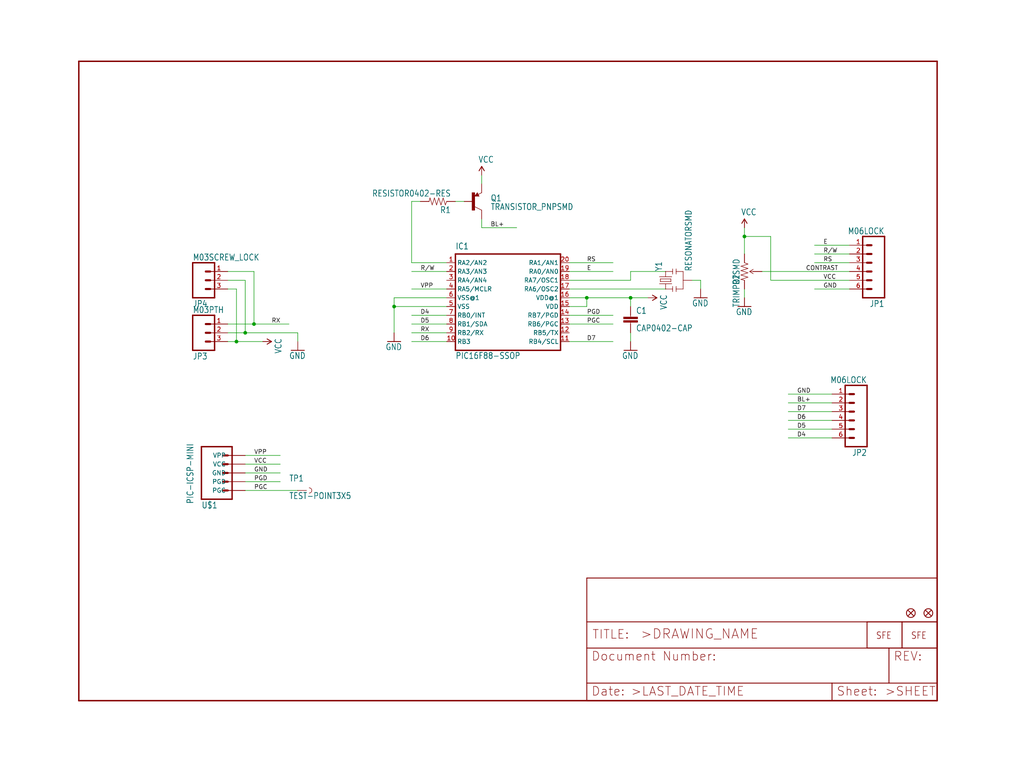
<source format=kicad_sch>
(kicad_sch (version 20211123) (generator eeschema)
  (paper "User" 297.002 223.926)
  (lib_symbols
    (symbol "schematicEagle-eagle-import:CAP0402-CAP"
      (property "Reference" "C" (at 1.524 2.921 0))
      (property "Value" "CAP0402-CAP" (at 1.524 -2.159 0))
      (symbol "CAP0402-CAP_1_0"
        (rectangle (start -2.032 0.508) (end 2.032 1.016) (fill (type outline)))
        (rectangle (start -2.032 1.524) (end 2.032 2.032) (fill (type outline)))
        (polyline (pts (xy 0 0) (xy 0 0.508)) (stroke (width 0.1524)))
        (polyline (pts (xy 0 2.54) (xy 0 2.032)) (stroke (width 0.1524)))
        (pin passive line (at 0 5.08 270) (length 2.54) (name "1") (number "1"))
        (pin passive line (at 0 -2.54 90) (length 2.54) (name "2") (number "2"))
      )
    )
    (symbol "schematicEagle-eagle-import:FIDUCIAL1X2"
      (symbol "FIDUCIAL1X2_1_0"
        (polyline (pts (xy -0.762 0.762) (xy 0.762 -0.762)) (stroke (width 0.254)))
        (polyline (pts (xy 0.762 0.762) (xy -0.762 -0.762)) (stroke (width 0.254)))
        (circle (center 0 0) (radius 1.27) (stroke (width 0.254)))
      )
    )
    (symbol "schematicEagle-eagle-import:FRAME-LETTER"
      (symbol "FRAME-LETTER_1_0"
        (polyline (pts (xy 0 0) (xy 248.92 0)) (stroke (width 0.4064)))
        (polyline (pts (xy 0 185.42) (xy 0 0)) (stroke (width 0.4064)))
        (polyline (pts (xy 0 185.42) (xy 248.92 185.42)) (stroke (width 0.4064)))
        (polyline (pts (xy 248.92 185.42) (xy 248.92 0)) (stroke (width 0.4064)))
      )
      (symbol "FRAME-LETTER_2_0"
        (polyline (pts (xy 0 0) (xy 0 5.08)) (stroke (width 0.254)))
        (polyline (pts (xy 0 0) (xy 71.12 0)) (stroke (width 0.254)))
        (polyline (pts (xy 0 5.08) (xy 0 15.24)) (stroke (width 0.254)))
        (polyline (pts (xy 0 5.08) (xy 71.12 5.08)) (stroke (width 0.254)))
        (polyline (pts (xy 0 15.24) (xy 0 22.86)) (stroke (width 0.254)))
        (polyline (pts (xy 0 22.86) (xy 0 35.56)) (stroke (width 0.254)))
        (polyline (pts (xy 0 22.86) (xy 101.6 22.86)) (stroke (width 0.254)))
        (polyline (pts (xy 71.12 0) (xy 101.6 0)) (stroke (width 0.254)))
        (polyline (pts (xy 71.12 5.08) (xy 71.12 0)) (stroke (width 0.254)))
        (polyline (pts (xy 71.12 5.08) (xy 87.63 5.08)) (stroke (width 0.254)))
        (polyline (pts (xy 87.63 5.08) (xy 101.6 5.08)) (stroke (width 0.254)))
        (polyline (pts (xy 87.63 15.24) (xy 0 15.24)) (stroke (width 0.254)))
        (polyline (pts (xy 87.63 15.24) (xy 87.63 5.08)) (stroke (width 0.254)))
        (polyline (pts (xy 101.6 5.08) (xy 101.6 0)) (stroke (width 0.254)))
        (polyline (pts (xy 101.6 15.24) (xy 87.63 15.24)) (stroke (width 0.254)))
        (polyline (pts (xy 101.6 15.24) (xy 101.6 5.08)) (stroke (width 0.254)))
        (polyline (pts (xy 101.6 22.86) (xy 101.6 15.24)) (stroke (width 0.254)))
        (polyline (pts (xy 101.6 35.56) (xy 0 35.56)) (stroke (width 0.254)))
        (polyline (pts (xy 101.6 35.56) (xy 101.6 22.86)) (stroke (width 0.254)))
        (text ">DRAWING_NAME" (at 15.494 17.78 0) (effects (font (size 2.7432 2.7432)) (justify left bottom)))
        (text ">LAST_DATE_TIME" (at 12.7 1.27 0) (effects (font (size 2.54 2.54)) (justify left bottom)))
        (text ">SHEET" (at 86.36 1.27 0) (effects (font (size 2.54 2.54)) (justify left bottom)))
        (text "Date:" (at 1.27 1.27 0) (effects (font (size 2.54 2.54)) (justify left bottom)))
        (text "Document Number:" (at 1.27 11.43 0) (effects (font (size 2.54 2.54)) (justify left bottom)))
        (text "REV:" (at 88.9 11.43 0) (effects (font (size 2.54 2.54)) (justify left bottom)))
        (text "Sheet:" (at 72.39 1.27 0) (effects (font (size 2.54 2.54)) (justify left bottom)))
        (text "TITLE:" (at 1.524 17.78 0) (effects (font (size 2.54 2.54)) (justify left bottom)))
      )
    )
    (symbol "schematicEagle-eagle-import:GND" (power)
      (property "Value" "GND" (at -2.54 -2.54 0))
      (symbol "GND_1_0"
        (polyline (pts (xy -1.905 0) (xy 1.905 0)) (stroke (width 0.254)))
        (pin power_in line (at 0 2.54 270) (length 2.54) (name "GND") (number "1"))
      )
    )
    (symbol "schematicEagle-eagle-import:LOGO-FLAME-LARGE"
      (symbol "LOGO-FLAME-LARGE_1_0"
        (polyline (pts (xy -2.54 -2.54) (xy 7.62 -2.54)) (stroke (width 0.254)))
        (polyline (pts (xy -2.54 5.08) (xy -2.54 -2.54)) (stroke (width 0.254)))
        (polyline (pts (xy 7.62 -2.54) (xy 7.62 5.08)) (stroke (width 0.254)))
        (polyline (pts (xy 7.62 5.08) (xy -2.54 5.08)) (stroke (width 0.254)))
        (text "SFE" (at 0 0 0) (effects (font (size 1.9304 1.6408)) (justify left bottom)))
      )
    )
    (symbol "schematicEagle-eagle-import:LOGO-SFENEW"
      (symbol "LOGO-SFENEW_1_0"
        (polyline (pts (xy -2.54 -2.54) (xy 7.62 -2.54)) (stroke (width 0.254)))
        (polyline (pts (xy -2.54 5.08) (xy -2.54 -2.54)) (stroke (width 0.254)))
        (polyline (pts (xy 7.62 -2.54) (xy 7.62 5.08)) (stroke (width 0.254)))
        (polyline (pts (xy 7.62 5.08) (xy -2.54 5.08)) (stroke (width 0.254)))
        (text "SFE" (at 0 0 0) (effects (font (size 1.9304 1.6408)) (justify left bottom)))
      )
    )
    (symbol "schematicEagle-eagle-import:M03PTH"
      (property "Reference" "JP" (at -2.54 5.842 0))
      (property "Value" "M03PTH" (at -2.54 -7.62 0))
      (symbol "M03PTH_1_0"
        (polyline (pts (xy -2.54 5.08) (xy -2.54 -5.08)) (stroke (width 0.4064)))
        (polyline (pts (xy -2.54 5.08) (xy 3.81 5.08)) (stroke (width 0.4064)))
        (polyline (pts (xy 1.27 -2.54) (xy 2.54 -2.54)) (stroke (width 0.6096)))
        (polyline (pts (xy 1.27 0) (xy 2.54 0)) (stroke (width 0.6096)))
        (polyline (pts (xy 1.27 2.54) (xy 2.54 2.54)) (stroke (width 0.6096)))
        (polyline (pts (xy 3.81 -5.08) (xy -2.54 -5.08)) (stroke (width 0.4064)))
        (polyline (pts (xy 3.81 -5.08) (xy 3.81 5.08)) (stroke (width 0.4064)))
        (pin passive line (at 7.62 -2.54 180) (length 5.08) (name "1") (number "1"))
        (pin passive line (at 7.62 0 180) (length 5.08) (name "2") (number "2"))
        (pin passive line (at 7.62 2.54 180) (length 5.08) (name "3") (number "3"))
      )
    )
    (symbol "schematicEagle-eagle-import:M03SCREW_LOCK"
      (property "Reference" "JP" (at -2.54 5.842 0))
      (property "Value" "M03SCREW_LOCK" (at -2.54 -7.62 0))
      (symbol "M03SCREW_LOCK_1_0"
        (polyline (pts (xy -2.54 5.08) (xy -2.54 -5.08)) (stroke (width 0.4064)))
        (polyline (pts (xy -2.54 5.08) (xy 3.81 5.08)) (stroke (width 0.4064)))
        (polyline (pts (xy 1.27 -2.54) (xy 2.54 -2.54)) (stroke (width 0.6096)))
        (polyline (pts (xy 1.27 0) (xy 2.54 0)) (stroke (width 0.6096)))
        (polyline (pts (xy 1.27 2.54) (xy 2.54 2.54)) (stroke (width 0.6096)))
        (polyline (pts (xy 3.81 -5.08) (xy -2.54 -5.08)) (stroke (width 0.4064)))
        (polyline (pts (xy 3.81 -5.08) (xy 3.81 5.08)) (stroke (width 0.4064)))
        (pin passive line (at 7.62 -2.54 180) (length 5.08) (name "1") (number "1"))
        (pin passive line (at 7.62 0 180) (length 5.08) (name "2") (number "2"))
        (pin passive line (at 7.62 2.54 180) (length 5.08) (name "3") (number "3"))
      )
    )
    (symbol "schematicEagle-eagle-import:M06LOCK"
      (property "Reference" "JP" (at -5.08 10.922 0))
      (property "Value" "M06LOCK" (at -5.08 -10.16 0))
      (symbol "M06LOCK_1_0"
        (polyline (pts (xy -5.08 10.16) (xy -5.08 -7.62)) (stroke (width 0.4064)))
        (polyline (pts (xy -5.08 10.16) (xy 1.27 10.16)) (stroke (width 0.4064)))
        (polyline (pts (xy -1.27 -5.08) (xy 0 -5.08)) (stroke (width 0.6096)))
        (polyline (pts (xy -1.27 -2.54) (xy 0 -2.54)) (stroke (width 0.6096)))
        (polyline (pts (xy -1.27 0) (xy 0 0)) (stroke (width 0.6096)))
        (polyline (pts (xy -1.27 2.54) (xy 0 2.54)) (stroke (width 0.6096)))
        (polyline (pts (xy -1.27 5.08) (xy 0 5.08)) (stroke (width 0.6096)))
        (polyline (pts (xy -1.27 7.62) (xy 0 7.62)) (stroke (width 0.6096)))
        (polyline (pts (xy 1.27 -7.62) (xy -5.08 -7.62)) (stroke (width 0.4064)))
        (polyline (pts (xy 1.27 -7.62) (xy 1.27 10.16)) (stroke (width 0.4064)))
        (pin passive line (at 5.08 -5.08 180) (length 5.08) (name "1") (number "1"))
        (pin passive line (at 5.08 -2.54 180) (length 5.08) (name "2") (number "2"))
        (pin passive line (at 5.08 0 180) (length 5.08) (name "3") (number "3"))
        (pin passive line (at 5.08 2.54 180) (length 5.08) (name "4") (number "4"))
        (pin passive line (at 5.08 5.08 180) (length 5.08) (name "5") (number "5"))
        (pin passive line (at 5.08 7.62 180) (length 5.08) (name "6") (number "6"))
      )
    )
    (symbol "schematicEagle-eagle-import:PIC-ICSP-MINI"
      (property "Value" "PIC-ICSP-MINI" (at 6.096 10.414 0))
      (symbol "PIC-ICSP-MINI_1_0"
        (polyline (pts (xy -3.81 7.62) (xy -3.81 -7.62)) (stroke (width 0.4064)))
        (polyline (pts (xy -3.81 7.62) (xy 5.08 7.62)) (stroke (width 0.4064)))
        (polyline (pts (xy -1.27 -5.08) (xy -2.54 -5.08)) (stroke (width 0.6096)))
        (polyline (pts (xy -1.27 -2.54) (xy -2.54 -2.54)) (stroke (width 0.6096)))
        (polyline (pts (xy -1.27 0) (xy -2.54 0)) (stroke (width 0.6096)))
        (polyline (pts (xy -1.27 2.54) (xy -2.54 2.54)) (stroke (width 0.6096)))
        (polyline (pts (xy -1.27 5.08) (xy -2.54 5.08)) (stroke (width 0.6096)))
        (polyline (pts (xy 5.08 -7.62) (xy -3.81 -7.62)) (stroke (width 0.4064)))
        (polyline (pts (xy 5.08 -7.62) (xy 5.08 7.62)) (stroke (width 0.4064)))
        (pin passive line (at -7.62 5.08 0) (length 5.08) (name "VPP") (number "1"))
        (pin passive line (at -7.62 2.54 0) (length 5.08) (name "VCC") (number "2"))
        (pin passive line (at -7.62 0 0) (length 5.08) (name "GND") (number "3"))
        (pin passive line (at -7.62 -2.54 0) (length 5.08) (name "PGD") (number "4"))
        (pin passive line (at -7.62 -5.08 0) (length 5.08) (name "PGC") (number "5"))
      )
    )
    (symbol "schematicEagle-eagle-import:PIC16F88-SSOP"
      (property "Reference" "IC" (at -15.24 13.97 0))
      (property "Value" "PIC16F88-SSOP" (at -15.24 -17.78 0))
      (symbol "PIC16F88-SSOP_1_0"
        (polyline (pts (xy -15.24 -15.24) (xy -15.24 12.7)) (stroke (width 0.4064)))
        (polyline (pts (xy -15.24 12.7) (xy 15.24 12.7)) (stroke (width 0.4064)))
        (polyline (pts (xy 15.24 -15.24) (xy -15.24 -15.24)) (stroke (width 0.4064)))
        (polyline (pts (xy 15.24 12.7) (xy 15.24 -15.24)) (stroke (width 0.4064)))
        (pin bidirectional line (at -17.78 10.16 0) (length 2.54) (name "RA2/AN2") (number "1"))
        (pin bidirectional line (at -17.78 -12.7 0) (length 2.54) (name "RB3") (number "10"))
        (pin bidirectional line (at 17.78 -12.7 180) (length 2.54) (name "RB4/SCL") (number "11"))
        (pin bidirectional line (at 17.78 -10.16 180) (length 2.54) (name "RB5/TX") (number "12"))
        (pin bidirectional line (at 17.78 -7.62 180) (length 2.54) (name "RB6/PGC") (number "13"))
        (pin bidirectional line (at 17.78 -5.08 180) (length 2.54) (name "RB7/PGD") (number "14"))
        (pin power_in line (at 17.78 -2.54 180) (length 2.54) (name "VDD") (number "15"))
        (pin power_in line (at 17.78 0 180) (length 2.54) (name "VDD@1") (number "16"))
        (pin bidirectional line (at 17.78 2.54 180) (length 2.54) (name "RA6/OSC2") (number "17"))
        (pin bidirectional line (at 17.78 5.08 180) (length 2.54) (name "RA7/OSC1") (number "18"))
        (pin bidirectional line (at 17.78 7.62 180) (length 2.54) (name "RA0/AN0") (number "19"))
        (pin bidirectional line (at -17.78 7.62 0) (length 2.54) (name "RA3/AN3") (number "2"))
        (pin bidirectional line (at 17.78 10.16 180) (length 2.54) (name "RA1/AN1") (number "20"))
        (pin bidirectional line (at -17.78 5.08 0) (length 2.54) (name "RA4/AN4") (number "3"))
        (pin input line (at -17.78 2.54 0) (length 2.54) (name "RA5/MCLR") (number "4"))
        (pin power_in line (at -17.78 -2.54 0) (length 2.54) (name "VSS") (number "5"))
        (pin power_in line (at -17.78 0 0) (length 2.54) (name "VSS@1") (number "6"))
        (pin bidirectional line (at -17.78 -5.08 0) (length 2.54) (name "RB0/INT") (number "7"))
        (pin bidirectional line (at -17.78 -7.62 0) (length 2.54) (name "RB1/SDA") (number "8"))
        (pin bidirectional line (at -17.78 -10.16 0) (length 2.54) (name "RB2/RX") (number "9"))
      )
    )
    (symbol "schematicEagle-eagle-import:RESISTOR0402-RES"
      (property "Reference" "R" (at -3.81 1.4986 0))
      (property "Value" "RESISTOR0402-RES" (at -3.81 -3.302 0))
      (symbol "RESISTOR0402-RES_1_0"
        (polyline (pts (xy -2.54 0) (xy -2.159 1.016)) (stroke (width 0.1524)))
        (polyline (pts (xy -2.159 1.016) (xy -1.524 -1.016)) (stroke (width 0.1524)))
        (polyline (pts (xy -1.524 -1.016) (xy -0.889 1.016)) (stroke (width 0.1524)))
        (polyline (pts (xy -0.889 1.016) (xy -0.254 -1.016)) (stroke (width 0.1524)))
        (polyline (pts (xy -0.254 -1.016) (xy 0.381 1.016)) (stroke (width 0.1524)))
        (polyline (pts (xy 0.381 1.016) (xy 1.016 -1.016)) (stroke (width 0.1524)))
        (polyline (pts (xy 1.016 -1.016) (xy 1.651 1.016)) (stroke (width 0.1524)))
        (polyline (pts (xy 1.651 1.016) (xy 2.286 -1.016)) (stroke (width 0.1524)))
        (polyline (pts (xy 2.286 -1.016) (xy 2.54 0)) (stroke (width 0.1524)))
        (pin passive line (at -5.08 0 0) (length 2.54) (name "1") (number "1"))
        (pin passive line (at 5.08 0 180) (length 2.54) (name "2") (number "2"))
      )
    )
    (symbol "schematicEagle-eagle-import:RESONATORSMD"
      (property "Reference" "Y" (at 2.54 1.016 0))
      (property "Value" "RESONATORSMD" (at 2.54 -7.62 0))
      (symbol "RESONATORSMD_1_0"
        (polyline (pts (xy -2.54 -3.048) (xy -3.302 -3.048)) (stroke (width 0.1524)))
        (polyline (pts (xy -2.54 -3.048) (xy -2.54 -5.08)) (stroke (width 0.1524)))
        (polyline (pts (xy -2.54 -2.032) (xy -3.302 -2.032)) (stroke (width 0.1524)))
        (polyline (pts (xy -2.54 -2.032) (xy -2.54 0)) (stroke (width 0.1524)))
        (polyline (pts (xy -2.54 0) (xy -1.016 0)) (stroke (width 0.1524)))
        (polyline (pts (xy -1.778 -3.048) (xy -2.54 -3.048)) (stroke (width 0.1524)))
        (polyline (pts (xy -1.778 -2.032) (xy -2.54 -2.032)) (stroke (width 0.1524)))
        (polyline (pts (xy -1.016 0) (xy -1.016 -1.778)) (stroke (width 0.1524)))
        (polyline (pts (xy -1.016 1.778) (xy -1.016 0)) (stroke (width 0.1524)))
        (polyline (pts (xy -0.381 -1.524) (xy 0.381 -1.524)) (stroke (width 0.1524)))
        (polyline (pts (xy -0.381 1.524) (xy -0.381 -1.524)) (stroke (width 0.1524)))
        (polyline (pts (xy 0 -5.08) (xy -2.54 -5.08)) (stroke (width 0.1524)))
        (polyline (pts (xy 0 -5.08) (xy 0 -7.62)) (stroke (width 0.1524)))
        (polyline (pts (xy 0.381 -1.524) (xy 0.381 1.524)) (stroke (width 0.1524)))
        (polyline (pts (xy 0.381 1.524) (xy -0.381 1.524)) (stroke (width 0.1524)))
        (polyline (pts (xy 1.016 0) (xy 1.016 -1.778)) (stroke (width 0.1524)))
        (polyline (pts (xy 1.016 0) (xy 2.54 0)) (stroke (width 0.1524)))
        (polyline (pts (xy 1.016 1.778) (xy 1.016 0)) (stroke (width 0.1524)))
        (polyline (pts (xy 2.54 -5.08) (xy 0 -5.08)) (stroke (width 0.1524)))
        (polyline (pts (xy 2.54 -3.048) (xy 1.778 -3.048)) (stroke (width 0.1524)))
        (polyline (pts (xy 2.54 -3.048) (xy 2.54 -5.08)) (stroke (width 0.1524)))
        (polyline (pts (xy 2.54 -2.032) (xy 1.778 -2.032)) (stroke (width 0.1524)))
        (polyline (pts (xy 2.54 0) (xy 2.54 -2.032)) (stroke (width 0.1524)))
        (polyline (pts (xy 3.302 -3.048) (xy 2.54 -3.048)) (stroke (width 0.1524)))
        (polyline (pts (xy 3.302 -2.032) (xy 2.54 -2.032)) (stroke (width 0.1524)))
        (pin passive line (at -2.54 0 0) (length 0) (name "1") (number "1"))
        (pin passive line (at 0 -7.62 90) (length 0) (name "2") (number "2"))
        (pin passive line (at 2.54 0 180) (length 0) (name "3") (number "3"))
      )
    )
    (symbol "schematicEagle-eagle-import:TEST-POINT3X5"
      (property "Reference" "TP" (at -2.54 2.54 0))
      (property "Value" "TEST-POINT3X5" (at -2.54 -2.54 0))
      (symbol "TEST-POINT3X5_1_0"
        (polyline (pts (xy 2.54 0) (xy 0 0)) (stroke (width 0.1524)))
        (arc (start 3.302 -0.762) (mid 4.064 0) (end 3.302 0.762) (stroke (width 0.1524)))
        (pin bidirectional line (at 0 0 180) (length 0) (name "1") (number "P$1"))
      )
    )
    (symbol "schematicEagle-eagle-import:TRANSISTOR_PNPSMD"
      (property "Reference" "Q" (at 5.08 0 0))
      (property "Value" "TRANSISTOR_PNPSMD" (at 5.08 -2.54 0))
      (symbol "TRANSISTOR_PNPSMD_1_0"
        (rectangle (start -0.254 -2.54) (end 0.508 2.54) (fill (type outline)))
        (polyline (pts (xy 0.508 -1.524) (xy 2.54 -2.54)) (stroke (width 0.1524)))
        (polyline (pts (xy 0.508 1.524) (xy 1.27 2.54)) (stroke (width 0.1524)))
        (polyline (pts (xy 0.8128 1.778) (xy 0.889 1.6256)) (stroke (width 0.2032)))
        (polyline (pts (xy 0.9398 1.8796) (xy 1.0414 1.651)) (stroke (width 0.2032)))
        (polyline (pts (xy 1.016 2.032) (xy 1.2192 1.6256)) (stroke (width 0.2032)))
        (polyline (pts (xy 1.143 2.159) (xy 1.397 1.6256)) (stroke (width 0.2032)))
        (polyline (pts (xy 1.2192 2.3114) (xy 1.5748 1.6256)) (stroke (width 0.2032)))
        (polyline (pts (xy 1.27 2.54) (xy 1.778 1.524)) (stroke (width 0.1524)))
        (polyline (pts (xy 1.778 1.524) (xy 0.508 1.524)) (stroke (width 0.1524)))
        (polyline (pts (xy 2.54 2.54) (xy 0.508 1.524)) (stroke (width 0.1524)))
        (pin passive line (at -2.54 0 0) (length 2.54) (name "B") (number "1"))
        (pin passive line (at 2.54 5.08 270) (length 2.54) (name "E") (number "2"))
        (pin passive line (at 2.54 -5.08 90) (length 2.54) (name "C") (number "3"))
      )
    )
    (symbol "schematicEagle-eagle-import:TRIMPOTSMD"
      (property "Value" "TRIMPOTSMD" (at -3.81 -3.302 0))
      (symbol "TRIMPOTSMD_1_0"
        (polyline (pts (xy -2.54 0) (xy -2.159 1.016)) (stroke (width 0.1524)))
        (polyline (pts (xy -2.159 1.016) (xy -1.524 -1.016)) (stroke (width 0.1524)))
        (polyline (pts (xy -1.524 -1.016) (xy -0.889 1.016)) (stroke (width 0.1524)))
        (polyline (pts (xy -0.889 1.016) (xy -0.254 -1.016)) (stroke (width 0.1524)))
        (polyline (pts (xy -0.635 2.54) (xy 0 1.524)) (stroke (width 0.1524)))
        (polyline (pts (xy -0.254 -1.016) (xy 0.381 1.016)) (stroke (width 0.1524)))
        (polyline (pts (xy 0 1.524) (xy 0.635 2.54)) (stroke (width 0.1524)))
        (polyline (pts (xy 0 2.54) (xy 0 1.524)) (stroke (width 0.1524)))
        (polyline (pts (xy 0.381 1.016) (xy 1.016 -1.016)) (stroke (width 0.1524)))
        (polyline (pts (xy 1.016 -1.016) (xy 1.651 1.016)) (stroke (width 0.1524)))
        (polyline (pts (xy 1.651 1.016) (xy 2.286 -1.016)) (stroke (width 0.1524)))
        (polyline (pts (xy 2.286 -1.016) (xy 2.54 0)) (stroke (width 0.1524)))
        (pin passive line (at -5.08 0 0) (length 2.54) (name "CCW") (number "1"))
        (pin passive line (at 0 5.08 270) (length 2.54) (name "WIPER") (number "2"))
        (pin passive line (at 5.08 0 180) (length 2.54) (name "CW") (number "3"))
      )
    )
    (symbol "schematicEagle-eagle-import:VCC" (power)
      (property "Value" "VCC" (at -1.016 3.556 0))
      (symbol "VCC_1_0"
        (polyline (pts (xy 0 2.54) (xy -0.762 1.27)) (stroke (width 0.254)))
        (polyline (pts (xy 0.762 1.27) (xy 0 2.54)) (stroke (width 0.254)))
        (pin power_in line (at 0 0 90) (length 2.54) (name "VCC") (number "1"))
      )
    )
  )
  (junction (at 114.3 88.9))
  (junction (at 68.58 99.06))
  (junction (at 215.9 68.58))
  (junction (at 170.18 86.36))
  (junction (at 73.66 93.98))
  (junction (at 71.12 96.52))
  (junction (at 182.88 86.36))
  (wire (pts (xy 203.2 81.28) (xy 203.2 83.82)))
  (wire (pts (xy 114.3 86.36) (xy 114.3 88.9)))
  (wire (pts (xy 228.6 127) (xy 241.3 127)))
  (wire (pts (xy 182.88 81.28) (xy 182.88 78.74)))
  (wire (pts (xy 246.38 71.12) (xy 236.22 71.12)))
  (wire (pts (xy 73.66 78.74) (xy 73.66 93.98)))
  (wire (pts (xy 66.04 99.06) (xy 68.58 99.06)))
  (wire (pts (xy 182.88 99.06) (xy 182.88 96.52)))
  (wire (pts (xy 129.54 91.44) (xy 119.38 91.44)))
  (wire (pts (xy 129.54 99.06) (xy 119.38 99.06)))
  (wire (pts (xy 200.66 81.28) (xy 203.2 81.28)))
  (wire (pts (xy 68.58 83.82) (xy 68.58 99.06)))
  (wire (pts (xy 165.1 86.36) (xy 170.18 86.36)))
  (wire (pts (xy 228.6 124.46) (xy 241.3 124.46)))
  (wire (pts (xy 215.9 86.36) (xy 215.9 83.82)))
  (wire (pts (xy 246.38 83.82) (xy 236.22 83.82)))
  (wire (pts (xy 71.12 96.52) (xy 86.36 96.52)))
  (wire (pts (xy 66.04 83.82) (xy 68.58 83.82)))
  (wire (pts (xy 165.1 76.2) (xy 177.8 76.2)))
  (wire (pts (xy 170.18 86.36) (xy 182.88 86.36)))
  (wire (pts (xy 139.7 53.34) (xy 139.7 50.8)))
  (wire (pts (xy 165.1 99.06) (xy 177.8 99.06)))
  (wire (pts (xy 246.38 73.66) (xy 236.22 73.66)))
  (wire (pts (xy 129.54 83.82) (xy 119.38 83.82)))
  (wire (pts (xy 223.52 81.28) (xy 246.38 81.28)))
  (wire (pts (xy 170.18 88.9) (xy 170.18 86.36)))
  (wire (pts (xy 119.38 58.42) (xy 119.38 76.2)))
  (wire (pts (xy 182.88 86.36) (xy 187.96 86.36)))
  (wire (pts (xy 129.54 96.52) (xy 119.38 96.52)))
  (wire (pts (xy 114.3 88.9) (xy 114.3 96.52)))
  (wire (pts (xy 71.12 132.08) (xy 81.28 132.08)))
  (wire (pts (xy 73.66 93.98) (xy 66.04 93.98)))
  (wire (pts (xy 165.1 81.28) (xy 182.88 81.28)))
  (wire (pts (xy 129.54 76.2) (xy 119.38 76.2)))
  (wire (pts (xy 165.1 83.82) (xy 193.04 83.82)))
  (wire (pts (xy 129.54 88.9) (xy 114.3 88.9)))
  (wire (pts (xy 182.88 88.9) (xy 182.88 86.36)))
  (wire (pts (xy 223.52 68.58) (xy 215.9 68.58)))
  (wire (pts (xy 66.04 78.74) (xy 73.66 78.74)))
  (wire (pts (xy 182.88 78.74) (xy 193.04 78.74)))
  (wire (pts (xy 71.12 81.28) (xy 71.12 96.52)))
  (wire (pts (xy 215.9 66.04) (xy 215.9 68.58)))
  (wire (pts (xy 129.54 78.74) (xy 119.38 78.74)))
  (wire (pts (xy 139.7 66.04) (xy 149.86 66.04)))
  (wire (pts (xy 71.12 139.7) (xy 81.28 139.7)))
  (wire (pts (xy 165.1 91.44) (xy 177.8 91.44)))
  (wire (pts (xy 220.98 78.74) (xy 246.38 78.74)))
  (wire (pts (xy 132.08 58.42) (xy 134.62 58.42)))
  (wire (pts (xy 121.92 58.42) (xy 119.38 58.42)))
  (wire (pts (xy 66.04 81.28) (xy 71.12 81.28)))
  (wire (pts (xy 228.6 119.38) (xy 241.3 119.38)))
  (wire (pts (xy 66.04 96.52) (xy 71.12 96.52)))
  (wire (pts (xy 228.6 114.3) (xy 241.3 114.3)))
  (wire (pts (xy 228.6 116.84) (xy 241.3 116.84)))
  (wire (pts (xy 71.12 134.62) (xy 81.28 134.62)))
  (wire (pts (xy 83.82 93.98) (xy 73.66 93.98)))
  (wire (pts (xy 246.38 76.2) (xy 236.22 76.2)))
  (wire (pts (xy 165.1 93.98) (xy 177.8 93.98)))
  (wire (pts (xy 165.1 78.74) (xy 177.8 78.74)))
  (wire (pts (xy 223.52 81.28) (xy 223.52 68.58)))
  (wire (pts (xy 215.9 73.66) (xy 215.9 68.58)))
  (wire (pts (xy 71.12 142.24) (xy 86.36 142.24)))
  (wire (pts (xy 129.54 93.98) (xy 119.38 93.98)))
  (wire (pts (xy 71.12 137.16) (xy 81.28 137.16)))
  (wire (pts (xy 129.54 86.36) (xy 114.3 86.36)))
  (wire (pts (xy 165.1 88.9) (xy 170.18 88.9)))
  (wire (pts (xy 139.7 63.5) (xy 139.7 66.04)))
  (wire (pts (xy 228.6 121.92) (xy 241.3 121.92)))
  (wire (pts (xy 68.58 99.06) (xy 76.2 99.06)))
  (wire (pts (xy 86.36 99.06) (xy 86.36 96.52)))
  (label "RX" (at 121.92 96.52 0) (effects (font (size 1.2446 1.2446))))
  (label "GND" (at 231.14 114.3 0) (effects (font (size 1.2446 1.2446))))
  (label "PGD" (at 73.66 139.7 0) (effects (font (size 1.2446 1.2446))))
  (label "RS" (at 238.76 76.2 0) (effects (font (size 1.2446 1.2446))))
  (label "D5" (at 121.92 93.98 0) (effects (font (size 1.2446 1.2446))))
  (label "R/W" (at 121.92 78.74 0) (effects (font (size 1.2446 1.2446))))
  (label "D5" (at 231.14 124.46 0) (effects (font (size 1.2446 1.2446))))
  (label "PGC" (at 73.66 142.24 0) (effects (font (size 1.2446 1.2446))))
  (label "BL+" (at 142.24 66.04 0) (effects (font (size 1.2446 1.2446))))
  (label "VCC" (at 73.66 134.62 0) (effects (font (size 1.2446 1.2446))))
  (label "D6" (at 231.14 121.92 0) (effects (font (size 1.2446 1.2446))))
  (label "D4" (at 121.92 91.44 0) (effects (font (size 1.2446 1.2446))))
  (label "E" (at 170.18 78.74 0) (effects (font (size 1.2446 1.2446))))
  (label "E" (at 238.76 71.12 0) (effects (font (size 1.2446 1.2446))))
  (label "RX" (at 78.74 93.98 0) (effects (font (size 1.2446 1.2446))))
  (label "R/W" (at 238.76 73.66 0) (effects (font (size 1.2446 1.2446))))
  (label "VPP" (at 73.66 132.08 0) (effects (font (size 1.2446 1.2446))))
  (label "PGD" (at 170.18 91.44 0) (effects (font (size 1.2446 1.2446))))
  (label "GND" (at 73.66 137.16 0) (effects (font (size 1.2446 1.2446))))
  (label "D7" (at 170.18 99.06 0) (effects (font (size 1.2446 1.2446))))
  (label "GND" (at 238.76 83.82 0) (effects (font (size 1.2446 1.2446))))
  (label "RS" (at 170.18 76.2 0) (effects (font (size 1.2446 1.2446))))
  (label "CONTRAST" (at 233.68 78.74 0) (effects (font (size 1.2446 1.2446))))
  (label "VCC" (at 238.76 81.28 0) (effects (font (size 1.2446 1.2446))))
  (label "D6" (at 121.92 99.06 0) (effects (font (size 1.2446 1.2446))))
  (label "PGC" (at 170.18 93.98 0) (effects (font (size 1.2446 1.2446))))
  (label "BL+" (at 231.14 116.84 0) (effects (font (size 1.2446 1.2446))))
  (label "D4" (at 231.14 127 0) (effects (font (size 1.2446 1.2446))))
  (label "D7" (at 231.14 119.38 0) (effects (font (size 1.2446 1.2446))))
  (label "VPP" (at 121.92 83.82 0) (effects (font (size 1.2446 1.2446))))
  (symbol (lib_id "schematicEagle-eagle-import:GND") (at 215.9 88.9 0) (unit 1)
    (property "Reference" "#GND4" (effects hide))
    (property "Value" "GND" (at 213.36 91.44 0) (effects (font (size 1.778 1.5113)) (justify left bottom)))
    (property "Footprint" "schematicEagle:" (effects hide))
  )
  (symbol (lib_id "schematicEagle-eagle-import:M03PTH") (at 58.42 96.52 0) (mirror x) (unit 1)
    (property "Reference" "JP3" (at 55.88 102.362 0) (effects (font (size 1.778 1.5113)) (justify left bottom)))
    (property "Value" "M03PTH" (at 55.88 88.9 0) (effects (font (size 1.778 1.5113)) (justify left bottom)))
    (property "Footprint" "schematicEagle:1X03" (effects hide))
  )
  (symbol (lib_id "schematicEagle-eagle-import:VCC") (at 215.9 66.04 0) (unit 1)
    (property "Reference" "#P+3" (effects hide))
    (property "Value" "VCC" (at 214.884 62.484 0) (effects (font (size 1.778 1.5113)) (justify left bottom)))
    (property "Footprint" "schematicEagle:" (effects hide))
  )
  (symbol (lib_id "schematicEagle-eagle-import:GND") (at 182.88 101.6 0) (unit 1)
    (property "Reference" "#GND2" (effects hide))
    (property "Value" "GND" (at 180.34 104.14 0) (effects (font (size 1.778 1.5113)) (justify left bottom)))
    (property "Footprint" "schematicEagle:" (effects hide))
  )
  (symbol (lib_id "schematicEagle-eagle-import:FRAME-LETTER") (at 22.86 203.2 0) (unit 1)
    (property "Reference" "#FRAME1" (effects hide))
    (property "Value" "FRAME-LETTER" (effects hide))
    (property "Footprint" "schematicEagle:" (effects hide))
  )
  (symbol (lib_id "schematicEagle-eagle-import:PIC16F88-SSOP") (at 147.32 86.36 0) (unit 1)
    (property "Reference" "IC1" (at 132.08 72.39 0) (effects (font (size 1.778 1.5113)) (justify left bottom)))
    (property "Value" "PIC16F88-SSOP" (at 132.08 104.14 0) (effects (font (size 1.778 1.5113)) (justify left bottom)))
    (property "Footprint" "schematicEagle:SSOP20" (effects hide))
  )
  (symbol (lib_id "schematicEagle-eagle-import:TRANSISTOR_PNPSMD") (at 137.16 58.42 0) (unit 1)
    (property "Reference" "Q1" (at 142.24 58.42 0) (effects (font (size 1.778 1.5113)) (justify left bottom)))
    (property "Value" "TRANSISTOR_PNPSMD" (at 142.24 60.96 0) (effects (font (size 1.778 1.5113)) (justify left bottom)))
    (property "Footprint" "schematicEagle:SOT23-3" (effects hide))
  )
  (symbol (lib_id "schematicEagle-eagle-import:VCC") (at 76.2 99.06 270) (unit 1)
    (property "Reference" "#P+4" (effects hide))
    (property "Value" "VCC" (at 79.756 98.044 0) (effects (font (size 1.778 1.5113)) (justify left bottom)))
    (property "Footprint" "schematicEagle:" (effects hide))
  )
  (symbol (lib_id "schematicEagle-eagle-import:FIDUCIAL1X2") (at 269.24 177.8 0) (unit 1)
    (property "Reference" "U$3" (effects hide))
    (property "Value" "FIDUCIAL1X2" (effects hide))
    (property "Footprint" "schematicEagle:FIDUCIAL-1X2" (effects hide))
  )
  (symbol (lib_id "schematicEagle-eagle-import:RESISTOR0402-RES") (at 127 58.42 180) (unit 1)
    (property "Reference" "R1" (at 130.81 59.9186 0) (effects (font (size 1.778 1.5113)) (justify left bottom)))
    (property "Value" "RESISTOR0402-RES" (at 130.81 55.118 0) (effects (font (size 1.778 1.5113)) (justify left bottom)))
    (property "Footprint" "schematicEagle:0402-RES" (effects hide))
  )
  (symbol (lib_id "schematicEagle-eagle-import:VCC") (at 187.96 86.36 270) (unit 1)
    (property "Reference" "#P+2" (effects hide))
    (property "Value" "VCC" (at 191.516 85.344 0) (effects (font (size 1.778 1.5113)) (justify left bottom)))
    (property "Footprint" "schematicEagle:" (effects hide))
  )
  (symbol (lib_id "schematicEagle-eagle-import:M06LOCK") (at 246.38 119.38 180) (unit 1)
    (property "Reference" "JP2" (at 251.46 130.302 0) (effects (font (size 1.778 1.5113)) (justify left bottom)))
    (property "Value" "M06LOCK" (at 251.46 109.22 0) (effects (font (size 1.778 1.5113)) (justify left bottom)))
    (property "Footprint" "schematicEagle:1X06_LOCK" (effects hide))
  )
  (symbol (lib_id "schematicEagle-eagle-import:GND") (at 114.3 99.06 0) (unit 1)
    (property "Reference" "#GND3" (effects hide))
    (property "Value" "GND" (at 111.76 101.6 0) (effects (font (size 1.778 1.5113)) (justify left bottom)))
    (property "Footprint" "schematicEagle:" (effects hide))
  )
  (symbol (lib_id "schematicEagle-eagle-import:RESONATORSMD") (at 193.04 81.28 90) (unit 1)
    (property "Reference" "Y1" (at 192.024 78.74 0) (effects (font (size 1.778 1.5113)) (justify left bottom)))
    (property "Value" "RESONATORSMD" (at 200.66 78.74 0) (effects (font (size 1.778 1.5113)) (justify left bottom)))
    (property "Footprint" "schematicEagle:RESONATOR-SMD" (effects hide))
  )
  (symbol (lib_id "schematicEagle-eagle-import:CAP0402-CAP") (at 182.88 93.98 0) (unit 1)
    (property "Reference" "C1" (at 184.404 91.059 0) (effects (font (size 1.778 1.5113)) (justify left bottom)))
    (property "Value" "CAP0402-CAP" (at 184.404 96.139 0) (effects (font (size 1.778 1.5113)) (justify left bottom)))
    (property "Footprint" "schematicEagle:0402-CAP" (effects hide))
  )
  (symbol (lib_id "schematicEagle-eagle-import:LOGO-FLAME-LARGE") (at 264.16 185.42 0) (unit 1)
    (property "Reference" "U$2" (effects hide))
    (property "Value" "LOGO-FLAME-LARGE" (effects hide))
    (property "Footprint" "schematicEagle:LOGO-FLAME-LARGE" (effects hide))
  )
  (symbol (lib_id "schematicEagle-eagle-import:FIDUCIAL1X2") (at 264.16 177.8 0) (unit 1)
    (property "Reference" "U$4" (effects hide))
    (property "Value" "FIDUCIAL1X2" (effects hide))
    (property "Footprint" "schematicEagle:FIDUCIAL-1X2" (effects hide))
  )
  (symbol (lib_id "schematicEagle-eagle-import:LOGO-SFENEW") (at 254 185.42 0) (unit 1)
    (property "Reference" "U$5" (effects hide))
    (property "Value" "LOGO-SFENEW" (effects hide))
    (property "Footprint" "schematicEagle:SFE-NEW-WEBLOGO" (effects hide))
  )
  (symbol (lib_id "schematicEagle-eagle-import:VCC") (at 139.7 50.8 0) (unit 1)
    (property "Reference" "#P+1" (effects hide))
    (property "Value" "VCC" (at 138.684 47.244 0) (effects (font (size 1.778 1.5113)) (justify left bottom)))
    (property "Footprint" "schematicEagle:" (effects hide))
  )
  (symbol (lib_id "schematicEagle-eagle-import:M06LOCK") (at 251.46 76.2 180) (unit 1)
    (property "Reference" "JP1" (at 256.54 87.122 0) (effects (font (size 1.778 1.5113)) (justify left bottom)))
    (property "Value" "M06LOCK" (at 256.54 66.04 0) (effects (font (size 1.778 1.5113)) (justify left bottom)))
    (property "Footprint" "schematicEagle:1X06_LOCK" (effects hide))
  )
  (symbol (lib_id "schematicEagle-eagle-import:FRAME-LETTER") (at 170.18 203.2 0) (unit 2)
    (property "Reference" "#FRAME1" (effects hide))
    (property "Value" "FRAME-LETTER" (effects hide))
    (property "Footprint" "schematicEagle:" (effects hide))
  )
  (symbol (lib_id "schematicEagle-eagle-import:TRIMPOTSMD") (at 215.9 78.74 270) (unit 1)
    (property "Reference" "R2" (at 212.5726 79.502 0) (effects (font (size 1.778 1.5113)) (justify left bottom)))
    (property "Value" "TRIMPOTSMD" (at 212.598 74.93 0) (effects (font (size 1.778 1.5113)) (justify left bottom)))
    (property "Footprint" "schematicEagle:TRIMPOT-3MM" (effects hide))
  )
  (symbol (lib_id "schematicEagle-eagle-import:GND") (at 86.36 101.6 0) (unit 1)
    (property "Reference" "#GND5" (effects hide))
    (property "Value" "GND" (at 83.82 104.14 0) (effects (font (size 1.778 1.5113)) (justify left bottom)))
    (property "Footprint" "schematicEagle:" (effects hide))
  )
  (symbol (lib_id "schematicEagle-eagle-import:TEST-POINT3X5") (at 86.36 142.24 0) (unit 1)
    (property "Reference" "TP1" (at 83.82 139.7 0) (effects (font (size 1.778 1.5113)) (justify left bottom)))
    (property "Value" "TEST-POINT3X5" (at 83.82 144.78 0) (effects (font (size 1.778 1.5113)) (justify left bottom)))
    (property "Footprint" "schematicEagle:PAD.03X.05" (effects hide))
  )
  (symbol (lib_id "schematicEagle-eagle-import:GND") (at 203.2 86.36 0) (unit 1)
    (property "Reference" "#GND1" (effects hide))
    (property "Value" "GND" (at 200.66 88.9 0) (effects (font (size 1.778 1.5113)) (justify left bottom)))
    (property "Footprint" "schematicEagle:" (effects hide))
  )
  (symbol (lib_id "schematicEagle-eagle-import:PIC-ICSP-MINI") (at 63.5 137.16 0) (mirror y) (unit 1)
    (property "Reference" "U$1" (at 58.42 145.542 0) (effects (font (size 1.778 1.5113)) (justify right top)))
    (property "Value" "PIC-ICSP-MINI" (at 56.134 128.524 90) (effects (font (size 1.778 1.5113)) (justify right top)))
    (property "Footprint" "schematicEagle:PIC-ICSP-MINI" (effects hide))
  )
  (symbol (lib_id "schematicEagle-eagle-import:M03SCREW_LOCK") (at 58.42 81.28 0) (mirror x) (unit 1)
    (property "Reference" "JP4" (at 55.88 87.122 0) (effects (font (size 1.778 1.5113)) (justify left bottom)))
    (property "Value" "M03SCREW_LOCK" (at 55.88 73.66 0) (effects (font (size 1.778 1.5113)) (justify left bottom)))
    (property "Footprint" "schematicEagle:SCREWTERMINAL-3.5MM-3_LOCK.007S" (effects hide))
  )
)
</source>
